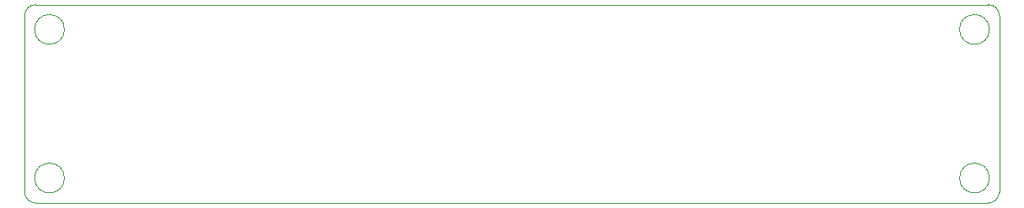
<source format=gm1>
G04 #@! TF.GenerationSoftware,KiCad,Pcbnew,(5.1.5)-3*
G04 #@! TF.CreationDate,2020-05-29T16:33:12+07:00*
G04 #@! TF.ProjectId,LIBV_Pannel,4c494256-5f50-4616-9e6e-656c2e6b6963,rev?*
G04 #@! TF.SameCoordinates,PX53724e0PY5fd8220*
G04 #@! TF.FileFunction,Profile,NP*
%FSLAX46Y46*%
G04 Gerber Fmt 4.6, Leading zero omitted, Abs format (unit mm)*
G04 Created by KiCad (PCBNEW (5.1.5)-3) date 2020-05-29 16:33:12*
%MOMM*%
%LPD*%
G04 APERTURE LIST*
%ADD10C,0.050000*%
G04 APERTURE END LIST*
D10*
X0Y1100000D02*
X0Y18900000D01*
X98000000Y1100000D02*
X98000000Y18900000D01*
X1100000Y0D02*
X96900000Y0D01*
X1100000Y0D02*
G75*
G02X0Y1100000I0J1100000D01*
G01*
X98000000Y1100000D02*
G75*
G02X96900000Y0I-1100000J0D01*
G01*
X96900000Y20000000D02*
G75*
G02X98000000Y18900000I0J-1100000D01*
G01*
X0Y18900000D02*
G75*
G02X1100000Y20000000I1100000J0D01*
G01*
X4000000Y2500000D02*
G75*
G03X4000000Y2500000I-1500000J0D01*
G01*
X97000000Y2500000D02*
G75*
G03X97000000Y2500000I-1500000J0D01*
G01*
X96900000Y20000000D02*
X1100000Y20000000D01*
X97000000Y17500000D02*
G75*
G03X97000000Y17500000I-1500000J0D01*
G01*
X4000000Y17500000D02*
G75*
G03X4000000Y17500000I-1500000J0D01*
G01*
M02*

</source>
